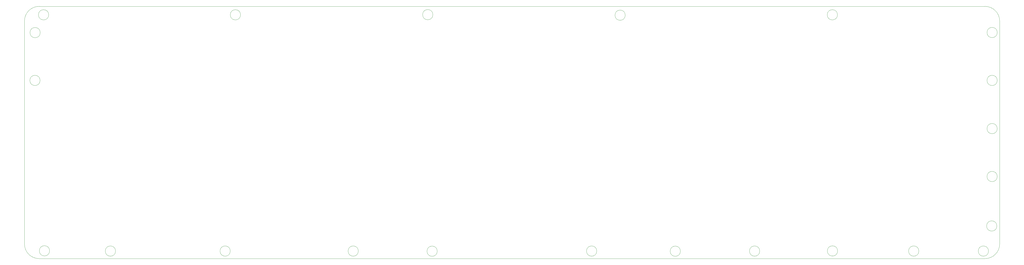
<source format=gbr>
G04 #@! TF.GenerationSoftware,KiCad,Pcbnew,7.0.1*
G04 #@! TF.CreationDate,2023-03-12T20:55:32-04:00*
G04 #@! TF.ProjectId,petkb,7065746b-622e-46b6-9963-61645f706362,B-V1-R2*
G04 #@! TF.SameCoordinates,Original*
G04 #@! TF.FileFunction,Profile,NP*
%FSLAX46Y46*%
G04 Gerber Fmt 4.6, Leading zero omitted, Abs format (unit mm)*
G04 Created by KiCad (PCBNEW 7.0.1) date 2023-03-12 20:55:32*
%MOMM*%
%LPD*%
G01*
G04 APERTURE LIST*
G04 #@! TA.AperFunction,Profile*
%ADD10C,0.050000*%
G04 #@! TD*
G04 APERTURE END LIST*
D10*
X398676494Y-139801600D02*
G75*
G03*
X398676494Y-139801600I-2030094J0D01*
G01*
X254861694Y-46276894D02*
G75*
G03*
X254861694Y-46276894I-2030094J0D01*
G01*
X178712494Y-46073694D02*
G75*
G03*
X178712494Y-46073694I-2030094J0D01*
G01*
X26617294Y-46126400D02*
G75*
G03*
X26617294Y-46126400I-2030094J0D01*
G01*
X98501200Y-139801600D02*
G75*
G03*
X98501200Y-139801600I-2030094J0D01*
G01*
X149197694Y-139801600D02*
G75*
G03*
X149197694Y-139801600I-2030094J0D01*
G01*
X276705694Y-139852400D02*
G75*
G03*
X276705694Y-139852400I-2030094J0D01*
G01*
X338935694Y-139750800D02*
G75*
G03*
X338935694Y-139750800I-2030094J0D01*
G01*
X243584094Y-139801600D02*
G75*
G03*
X243584094Y-139801600I-2030094J0D01*
G01*
X371092094Y-139801600D02*
G75*
G03*
X371092094Y-139801600I-2030094J0D01*
G01*
X308100094Y-139801600D02*
G75*
G03*
X308100094Y-139801600I-2030094J0D01*
G01*
X180439694Y-139852400D02*
G75*
G03*
X180439694Y-139852400I-2030094J0D01*
G01*
X53084094Y-139801600D02*
G75*
G03*
X53084094Y-139801600I-2030094J0D01*
G01*
X26972894Y-139700000D02*
G75*
G03*
X26972894Y-139700000I-2030094J0D01*
G01*
X23213694Y-72136000D02*
G75*
G03*
X23213694Y-72136000I-2030094J0D01*
G01*
X23264494Y-53187600D02*
G75*
G03*
X23264494Y-53187600I-2030094J0D01*
G01*
X102563294Y-46126400D02*
G75*
G03*
X102563294Y-46126400I-2030094J0D01*
G01*
X338884894Y-46126400D02*
G75*
G03*
X338884894Y-46126400I-2030094J0D01*
G01*
X401978494Y-129844800D02*
G75*
G03*
X401978494Y-129844800I-2030094J0D01*
G01*
X402130894Y-110236000D02*
G75*
G03*
X402130894Y-110236000I-2030094J0D01*
G01*
X402130894Y-91236800D02*
G75*
G03*
X402130894Y-91236800I-2030094J0D01*
G01*
X402130894Y-72136000D02*
G75*
G03*
X402130894Y-72136000I-2030094J0D01*
G01*
X402132800Y-53136800D02*
G75*
G03*
X402132800Y-53136800I-2030094J0D01*
G01*
X22860000Y-42773600D02*
X397256000Y-42773600D01*
X17018000Y-136956800D02*
X17018000Y-48615600D01*
X397256000Y-142798800D02*
X22860000Y-142798800D01*
X403098000Y-136956800D02*
X403098000Y-123545600D01*
X403098000Y-48615600D02*
X403098000Y-123545600D01*
X22860000Y-42773600D02*
G75*
G03*
X17018000Y-48615600I0J-5842000D01*
G01*
X17018000Y-136956800D02*
G75*
G03*
X22860000Y-142798800I5842000J0D01*
G01*
X397256000Y-142798800D02*
G75*
G03*
X403098000Y-136956800I0J5842000D01*
G01*
X403098000Y-48615600D02*
G75*
G03*
X397256000Y-42773600I-5842000J0D01*
G01*
M02*

</source>
